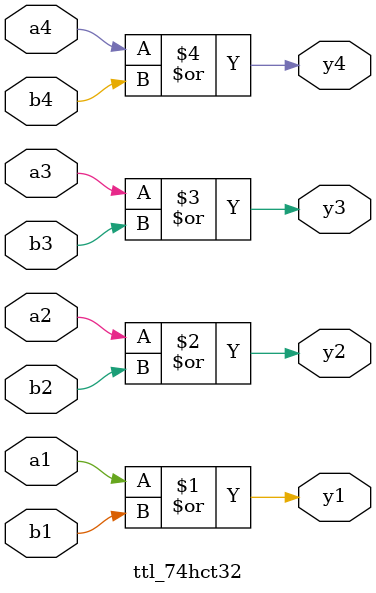
<source format=v>
module ttl_74hct32(
	input a1,
	input b1,
	output y1,
	input a2,
	input b2,
	output y2,
	input a3,
	input b3,
	output y3,
	input a4,
	input b4,
	output y4
);

assign #16 y1 = a1 | b1;
assign #16 y2 = a2 | b2;
assign #16 y3 = a3 | b3;
assign #16 y4 = a4 | b4;

endmodule

</source>
